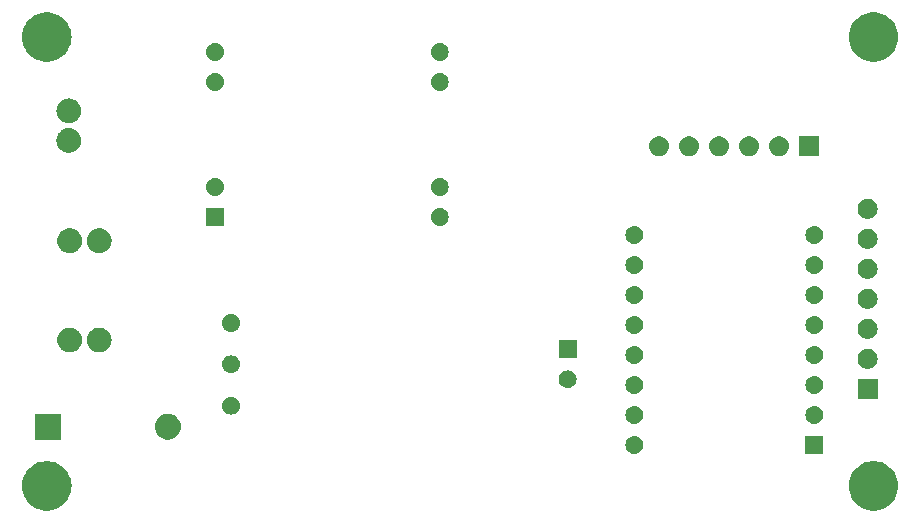
<source format=gts>
G04 #@! TF.GenerationSoftware,KiCad,Pcbnew,8.0.8*
G04 #@! TF.CreationDate,2025-01-15T16:32:19-08:00*
G04 #@! TF.ProjectId,bentroller,62656e74-726f-46c6-9c65-722e6b696361,rev?*
G04 #@! TF.SameCoordinates,Original*
G04 #@! TF.FileFunction,Soldermask,Top*
G04 #@! TF.FilePolarity,Negative*
%FSLAX46Y46*%
G04 Gerber Fmt 4.6, Leading zero omitted, Abs format (unit mm)*
G04 Created by KiCad (PCBNEW 8.0.8) date 2025-01-15 16:32:19*
%MOMM*%
%LPD*%
G01*
G04 APERTURE LIST*
G04 APERTURE END LIST*
G36*
X68427258Y-77693923D02*
G01*
X68703247Y-77771252D01*
X68966137Y-77885441D01*
X69211029Y-78034363D01*
X69433362Y-78215244D01*
X69628994Y-78424715D01*
X69794281Y-78658874D01*
X69926144Y-78913358D01*
X70022126Y-79183427D01*
X70080440Y-79464050D01*
X70100000Y-79750000D01*
X70080440Y-80035950D01*
X70022126Y-80316573D01*
X69926144Y-80586642D01*
X69794281Y-80841126D01*
X69628994Y-81075285D01*
X69433362Y-81284756D01*
X69211029Y-81465637D01*
X68966137Y-81614559D01*
X68703247Y-81728748D01*
X68427258Y-81806077D01*
X68143309Y-81845104D01*
X67856691Y-81845104D01*
X67572742Y-81806077D01*
X67296753Y-81728748D01*
X67033863Y-81614559D01*
X66788971Y-81465637D01*
X66566638Y-81284756D01*
X66371006Y-81075285D01*
X66205719Y-80841126D01*
X66073856Y-80586642D01*
X65977874Y-80316573D01*
X65919560Y-80035950D01*
X65900000Y-79750000D01*
X65919560Y-79464050D01*
X65977874Y-79183427D01*
X66073856Y-78913358D01*
X66205719Y-78658874D01*
X66371006Y-78424715D01*
X66566638Y-78215244D01*
X66788971Y-78034363D01*
X67033863Y-77885441D01*
X67296753Y-77771252D01*
X67572742Y-77693923D01*
X67856691Y-77654896D01*
X68143309Y-77654896D01*
X68427258Y-77693923D01*
G37*
G36*
X138427258Y-77693923D02*
G01*
X138703247Y-77771252D01*
X138966137Y-77885441D01*
X139211029Y-78034363D01*
X139433362Y-78215244D01*
X139628994Y-78424715D01*
X139794281Y-78658874D01*
X139926144Y-78913358D01*
X140022126Y-79183427D01*
X140080440Y-79464050D01*
X140100000Y-79750000D01*
X140080440Y-80035950D01*
X140022126Y-80316573D01*
X139926144Y-80586642D01*
X139794281Y-80841126D01*
X139628994Y-81075285D01*
X139433362Y-81284756D01*
X139211029Y-81465637D01*
X138966137Y-81614559D01*
X138703247Y-81728748D01*
X138427258Y-81806077D01*
X138143309Y-81845104D01*
X137856691Y-81845104D01*
X137572742Y-81806077D01*
X137296753Y-81728748D01*
X137033863Y-81614559D01*
X136788971Y-81465637D01*
X136566638Y-81284756D01*
X136371006Y-81075285D01*
X136205719Y-80841126D01*
X136073856Y-80586642D01*
X135977874Y-80316573D01*
X135919560Y-80035950D01*
X135900000Y-79750000D01*
X135919560Y-79464050D01*
X135977874Y-79183427D01*
X136073856Y-78913358D01*
X136205719Y-78658874D01*
X136371006Y-78424715D01*
X136566638Y-78215244D01*
X136788971Y-78034363D01*
X137033863Y-77885441D01*
X137296753Y-77771252D01*
X137572742Y-77693923D01*
X137856691Y-77654896D01*
X138143309Y-77654896D01*
X138427258Y-77693923D01*
G37*
G36*
X117929561Y-75537105D02*
G01*
X118090619Y-75593462D01*
X118235099Y-75684244D01*
X118355756Y-75804901D01*
X118446538Y-75949381D01*
X118502895Y-76110439D01*
X118522000Y-76280000D01*
X118502895Y-76449561D01*
X118446538Y-76610619D01*
X118355756Y-76755099D01*
X118235099Y-76875756D01*
X118090619Y-76966538D01*
X117929561Y-77022895D01*
X117760000Y-77042000D01*
X117590439Y-77022895D01*
X117429381Y-76966538D01*
X117284901Y-76875756D01*
X117164244Y-76755099D01*
X117073462Y-76610619D01*
X117017105Y-76449561D01*
X116998000Y-76280000D01*
X117017105Y-76110439D01*
X117073462Y-75949381D01*
X117164244Y-75804901D01*
X117284901Y-75684244D01*
X117429381Y-75593462D01*
X117590439Y-75537105D01*
X117760000Y-75518000D01*
X117929561Y-75537105D01*
G37*
G36*
X133762000Y-77042000D02*
G01*
X132238000Y-77042000D01*
X132238000Y-75518000D01*
X133762000Y-75518000D01*
X133762000Y-77042000D01*
G37*
G36*
X69190000Y-75850000D02*
G01*
X66990000Y-75850000D01*
X66990000Y-73650000D01*
X69190000Y-73650000D01*
X69190000Y-75850000D01*
G37*
G36*
X78551029Y-73691992D02*
G01*
X78740312Y-73765320D01*
X78912898Y-73872181D01*
X79062910Y-74008935D01*
X79185239Y-74170925D01*
X79275719Y-74352634D01*
X79331270Y-74547876D01*
X79350000Y-74750000D01*
X79331270Y-74952124D01*
X79275719Y-75147366D01*
X79185239Y-75329075D01*
X79062910Y-75491065D01*
X78912898Y-75627819D01*
X78740312Y-75734680D01*
X78551029Y-75808008D01*
X78351495Y-75845308D01*
X78148505Y-75845308D01*
X77948971Y-75808008D01*
X77759688Y-75734680D01*
X77587102Y-75627819D01*
X77437090Y-75491065D01*
X77314761Y-75329075D01*
X77224281Y-75147366D01*
X77168730Y-74952124D01*
X77150000Y-74750000D01*
X77168730Y-74547876D01*
X77224281Y-74352634D01*
X77314761Y-74170925D01*
X77437090Y-74008935D01*
X77587102Y-73872181D01*
X77759688Y-73765320D01*
X77948971Y-73691992D01*
X78148505Y-73654692D01*
X78351495Y-73654692D01*
X78551029Y-73691992D01*
G37*
G36*
X117929561Y-72997105D02*
G01*
X118090619Y-73053462D01*
X118235099Y-73144244D01*
X118355756Y-73264901D01*
X118446538Y-73409381D01*
X118502895Y-73570439D01*
X118522000Y-73740000D01*
X118502895Y-73909561D01*
X118446538Y-74070619D01*
X118355756Y-74215099D01*
X118235099Y-74335756D01*
X118090619Y-74426538D01*
X117929561Y-74482895D01*
X117760000Y-74502000D01*
X117590439Y-74482895D01*
X117429381Y-74426538D01*
X117284901Y-74335756D01*
X117164244Y-74215099D01*
X117073462Y-74070619D01*
X117017105Y-73909561D01*
X116998000Y-73740000D01*
X117017105Y-73570439D01*
X117073462Y-73409381D01*
X117164244Y-73264901D01*
X117284901Y-73144244D01*
X117429381Y-73053462D01*
X117590439Y-72997105D01*
X117760000Y-72978000D01*
X117929561Y-72997105D01*
G37*
G36*
X133169561Y-72997105D02*
G01*
X133330619Y-73053462D01*
X133475099Y-73144244D01*
X133595756Y-73264901D01*
X133686538Y-73409381D01*
X133742895Y-73570439D01*
X133762000Y-73740000D01*
X133742895Y-73909561D01*
X133686538Y-74070619D01*
X133595756Y-74215099D01*
X133475099Y-74335756D01*
X133330619Y-74426538D01*
X133169561Y-74482895D01*
X133000000Y-74502000D01*
X132830439Y-74482895D01*
X132669381Y-74426538D01*
X132524901Y-74335756D01*
X132404244Y-74215099D01*
X132313462Y-74070619D01*
X132257105Y-73909561D01*
X132238000Y-73740000D01*
X132257105Y-73570439D01*
X132313462Y-73409381D01*
X132404244Y-73264901D01*
X132524901Y-73144244D01*
X132669381Y-73053462D01*
X132830439Y-72997105D01*
X133000000Y-72978000D01*
X133169561Y-72997105D01*
G37*
G36*
X83769561Y-72227105D02*
G01*
X83930619Y-72283462D01*
X84075099Y-72374244D01*
X84195756Y-72494901D01*
X84286538Y-72639381D01*
X84342895Y-72800439D01*
X84362000Y-72970000D01*
X84342895Y-73139561D01*
X84286538Y-73300619D01*
X84195756Y-73445099D01*
X84075099Y-73565756D01*
X83930619Y-73656538D01*
X83769561Y-73712895D01*
X83600000Y-73732000D01*
X83430439Y-73712895D01*
X83269381Y-73656538D01*
X83124901Y-73565756D01*
X83004244Y-73445099D01*
X82913462Y-73300619D01*
X82857105Y-73139561D01*
X82838000Y-72970000D01*
X82857105Y-72800439D01*
X82913462Y-72639381D01*
X83004244Y-72494901D01*
X83124901Y-72374244D01*
X83269381Y-72283462D01*
X83430439Y-72227105D01*
X83600000Y-72208000D01*
X83769561Y-72227105D01*
G37*
G36*
X138350000Y-72390000D02*
G01*
X136650000Y-72390000D01*
X136650000Y-70690000D01*
X138350000Y-70690000D01*
X138350000Y-72390000D01*
G37*
G36*
X117929561Y-70457105D02*
G01*
X118090619Y-70513462D01*
X118235099Y-70604244D01*
X118355756Y-70724901D01*
X118446538Y-70869381D01*
X118502895Y-71030439D01*
X118522000Y-71200000D01*
X118502895Y-71369561D01*
X118446538Y-71530619D01*
X118355756Y-71675099D01*
X118235099Y-71795756D01*
X118090619Y-71886538D01*
X117929561Y-71942895D01*
X117760000Y-71962000D01*
X117590439Y-71942895D01*
X117429381Y-71886538D01*
X117284901Y-71795756D01*
X117164244Y-71675099D01*
X117073462Y-71530619D01*
X117017105Y-71369561D01*
X116998000Y-71200000D01*
X117017105Y-71030439D01*
X117073462Y-70869381D01*
X117164244Y-70724901D01*
X117284901Y-70604244D01*
X117429381Y-70513462D01*
X117590439Y-70457105D01*
X117760000Y-70438000D01*
X117929561Y-70457105D01*
G37*
G36*
X133169561Y-70457105D02*
G01*
X133330619Y-70513462D01*
X133475099Y-70604244D01*
X133595756Y-70724901D01*
X133686538Y-70869381D01*
X133742895Y-71030439D01*
X133762000Y-71200000D01*
X133742895Y-71369561D01*
X133686538Y-71530619D01*
X133595756Y-71675099D01*
X133475099Y-71795756D01*
X133330619Y-71886538D01*
X133169561Y-71942895D01*
X133000000Y-71962000D01*
X132830439Y-71942895D01*
X132669381Y-71886538D01*
X132524901Y-71795756D01*
X132404244Y-71675099D01*
X132313462Y-71530619D01*
X132257105Y-71369561D01*
X132238000Y-71200000D01*
X132257105Y-71030439D01*
X132313462Y-70869381D01*
X132404244Y-70724901D01*
X132524901Y-70604244D01*
X132669381Y-70513462D01*
X132830439Y-70457105D01*
X133000000Y-70438000D01*
X133169561Y-70457105D01*
G37*
G36*
X112269561Y-69997105D02*
G01*
X112430619Y-70053462D01*
X112575099Y-70144244D01*
X112695756Y-70264901D01*
X112786538Y-70409381D01*
X112842895Y-70570439D01*
X112862000Y-70740000D01*
X112842895Y-70909561D01*
X112786538Y-71070619D01*
X112695756Y-71215099D01*
X112575099Y-71335756D01*
X112430619Y-71426538D01*
X112269561Y-71482895D01*
X112100000Y-71502000D01*
X111930439Y-71482895D01*
X111769381Y-71426538D01*
X111624901Y-71335756D01*
X111504244Y-71215099D01*
X111413462Y-71070619D01*
X111357105Y-70909561D01*
X111338000Y-70740000D01*
X111357105Y-70570439D01*
X111413462Y-70409381D01*
X111504244Y-70264901D01*
X111624901Y-70144244D01*
X111769381Y-70053462D01*
X111930439Y-69997105D01*
X112100000Y-69978000D01*
X112269561Y-69997105D01*
G37*
G36*
X83769561Y-68727105D02*
G01*
X83930619Y-68783462D01*
X84075099Y-68874244D01*
X84195756Y-68994901D01*
X84286538Y-69139381D01*
X84342895Y-69300439D01*
X84362000Y-69470000D01*
X84342895Y-69639561D01*
X84286538Y-69800619D01*
X84195756Y-69945099D01*
X84075099Y-70065756D01*
X83930619Y-70156538D01*
X83769561Y-70212895D01*
X83600000Y-70232000D01*
X83430439Y-70212895D01*
X83269381Y-70156538D01*
X83124901Y-70065756D01*
X83004244Y-69945099D01*
X82913462Y-69800619D01*
X82857105Y-69639561D01*
X82838000Y-69470000D01*
X82857105Y-69300439D01*
X82913462Y-69139381D01*
X83004244Y-68994901D01*
X83124901Y-68874244D01*
X83269381Y-68783462D01*
X83430439Y-68727105D01*
X83600000Y-68708000D01*
X83769561Y-68727105D01*
G37*
G36*
X137762664Y-68191602D02*
G01*
X137925000Y-68263878D01*
X138068761Y-68368327D01*
X138187664Y-68500383D01*
X138276514Y-68654274D01*
X138331425Y-68823275D01*
X138350000Y-69000000D01*
X138331425Y-69176725D01*
X138276514Y-69345726D01*
X138187664Y-69499617D01*
X138068761Y-69631673D01*
X137925000Y-69736122D01*
X137762664Y-69808398D01*
X137588849Y-69845344D01*
X137411151Y-69845344D01*
X137237336Y-69808398D01*
X137075000Y-69736122D01*
X136931239Y-69631673D01*
X136812336Y-69499617D01*
X136723486Y-69345726D01*
X136668575Y-69176725D01*
X136650000Y-69000000D01*
X136668575Y-68823275D01*
X136723486Y-68654274D01*
X136812336Y-68500383D01*
X136931239Y-68368327D01*
X137075000Y-68263878D01*
X137237336Y-68191602D01*
X137411151Y-68154656D01*
X137588849Y-68154656D01*
X137762664Y-68191602D01*
G37*
G36*
X117929561Y-67917105D02*
G01*
X118090619Y-67973462D01*
X118235099Y-68064244D01*
X118355756Y-68184901D01*
X118446538Y-68329381D01*
X118502895Y-68490439D01*
X118522000Y-68660000D01*
X118502895Y-68829561D01*
X118446538Y-68990619D01*
X118355756Y-69135099D01*
X118235099Y-69255756D01*
X118090619Y-69346538D01*
X117929561Y-69402895D01*
X117760000Y-69422000D01*
X117590439Y-69402895D01*
X117429381Y-69346538D01*
X117284901Y-69255756D01*
X117164244Y-69135099D01*
X117073462Y-68990619D01*
X117017105Y-68829561D01*
X116998000Y-68660000D01*
X117017105Y-68490439D01*
X117073462Y-68329381D01*
X117164244Y-68184901D01*
X117284901Y-68064244D01*
X117429381Y-67973462D01*
X117590439Y-67917105D01*
X117760000Y-67898000D01*
X117929561Y-67917105D01*
G37*
G36*
X133169561Y-67917105D02*
G01*
X133330619Y-67973462D01*
X133475099Y-68064244D01*
X133595756Y-68184901D01*
X133686538Y-68329381D01*
X133742895Y-68490439D01*
X133762000Y-68660000D01*
X133742895Y-68829561D01*
X133686538Y-68990619D01*
X133595756Y-69135099D01*
X133475099Y-69255756D01*
X133330619Y-69346538D01*
X133169561Y-69402895D01*
X133000000Y-69422000D01*
X132830439Y-69402895D01*
X132669381Y-69346538D01*
X132524901Y-69255756D01*
X132404244Y-69135099D01*
X132313462Y-68990619D01*
X132257105Y-68829561D01*
X132238000Y-68660000D01*
X132257105Y-68490439D01*
X132313462Y-68329381D01*
X132404244Y-68184901D01*
X132524901Y-68064244D01*
X132669381Y-67973462D01*
X132830439Y-67917105D01*
X133000000Y-67898000D01*
X133169561Y-67917105D01*
G37*
G36*
X112862000Y-68962000D02*
G01*
X111338000Y-68962000D01*
X111338000Y-67438000D01*
X112862000Y-67438000D01*
X112862000Y-68962000D01*
G37*
G36*
X69988076Y-66349735D02*
G01*
X70036860Y-66349735D01*
X70091187Y-66359890D01*
X70144845Y-66365175D01*
X70185606Y-66377539D01*
X70227276Y-66385329D01*
X70284985Y-66407685D01*
X70341818Y-66424926D01*
X70374294Y-66442284D01*
X70407910Y-66455308D01*
X70466323Y-66491476D01*
X70523349Y-66521957D01*
X70547306Y-66541618D01*
X70572609Y-66557285D01*
X70628674Y-66608395D01*
X70682462Y-66652538D01*
X70698401Y-66671960D01*
X70715769Y-66687793D01*
X70766187Y-66754557D01*
X70813043Y-66811651D01*
X70822103Y-66828602D01*
X70832509Y-66842381D01*
X70873895Y-66925498D01*
X70910074Y-66993182D01*
X70913933Y-67005905D01*
X70918854Y-67015787D01*
X70947927Y-67117969D01*
X70969825Y-67190155D01*
X70970544Y-67197456D01*
X70971869Y-67202113D01*
X70985653Y-67350868D01*
X70990000Y-67395000D01*
X70985653Y-67439135D01*
X70971869Y-67587886D01*
X70970544Y-67592541D01*
X70969825Y-67599845D01*
X70947923Y-67672045D01*
X70918854Y-67774212D01*
X70913934Y-67784092D01*
X70910074Y-67796818D01*
X70873888Y-67864515D01*
X70832509Y-67947618D01*
X70822105Y-67961394D01*
X70813043Y-67978349D01*
X70766177Y-68035454D01*
X70715769Y-68102206D01*
X70698405Y-68118035D01*
X70682462Y-68137462D01*
X70628663Y-68181613D01*
X70572609Y-68232714D01*
X70547311Y-68248377D01*
X70523349Y-68268043D01*
X70466312Y-68298530D01*
X70407910Y-68334691D01*
X70374300Y-68347711D01*
X70341818Y-68365074D01*
X70284973Y-68382317D01*
X70227276Y-68404670D01*
X70185613Y-68412458D01*
X70144845Y-68424825D01*
X70091184Y-68430109D01*
X70036860Y-68440265D01*
X69988076Y-68440265D01*
X69940000Y-68445000D01*
X69891924Y-68440265D01*
X69843140Y-68440265D01*
X69788814Y-68430109D01*
X69735155Y-68424825D01*
X69694388Y-68412458D01*
X69652723Y-68404670D01*
X69595022Y-68382316D01*
X69538182Y-68365074D01*
X69505701Y-68347712D01*
X69472089Y-68334691D01*
X69413680Y-68298526D01*
X69356651Y-68268043D01*
X69332691Y-68248380D01*
X69307390Y-68232714D01*
X69251326Y-68181605D01*
X69197538Y-68137462D01*
X69181597Y-68118038D01*
X69164230Y-68102206D01*
X69113809Y-68035438D01*
X69066957Y-67978349D01*
X69057896Y-67961398D01*
X69047490Y-67947618D01*
X69006096Y-67864488D01*
X68969926Y-67796818D01*
X68966067Y-67784097D01*
X68961145Y-67774212D01*
X68932060Y-67671992D01*
X68910175Y-67599845D01*
X68909456Y-67592547D01*
X68908130Y-67587886D01*
X68894329Y-67438963D01*
X68890000Y-67395000D01*
X68894329Y-67351039D01*
X68908130Y-67202113D01*
X68909456Y-67197451D01*
X68910175Y-67190155D01*
X68932056Y-67118022D01*
X68961145Y-67015787D01*
X68966067Y-67005900D01*
X68969926Y-66993182D01*
X69006089Y-66925525D01*
X69047490Y-66842381D01*
X69057898Y-66828597D01*
X69066957Y-66811651D01*
X69113800Y-66754572D01*
X69164230Y-66687793D01*
X69181601Y-66671957D01*
X69197538Y-66652538D01*
X69251315Y-66608403D01*
X69307390Y-66557285D01*
X69332696Y-66541615D01*
X69356651Y-66521957D01*
X69413668Y-66491480D01*
X69472089Y-66455308D01*
X69505708Y-66442283D01*
X69538182Y-66424926D01*
X69595010Y-66407687D01*
X69652723Y-66385329D01*
X69694394Y-66377539D01*
X69735155Y-66365175D01*
X69788811Y-66359890D01*
X69843140Y-66349735D01*
X69891924Y-66349735D01*
X69940000Y-66345000D01*
X69988076Y-66349735D01*
G37*
G36*
X72488076Y-66349735D02*
G01*
X72536860Y-66349735D01*
X72591187Y-66359890D01*
X72644845Y-66365175D01*
X72685606Y-66377539D01*
X72727276Y-66385329D01*
X72784985Y-66407685D01*
X72841818Y-66424926D01*
X72874294Y-66442284D01*
X72907910Y-66455308D01*
X72966323Y-66491476D01*
X73023349Y-66521957D01*
X73047306Y-66541618D01*
X73072609Y-66557285D01*
X73128674Y-66608395D01*
X73182462Y-66652538D01*
X73198401Y-66671960D01*
X73215769Y-66687793D01*
X73266187Y-66754557D01*
X73313043Y-66811651D01*
X73322103Y-66828602D01*
X73332509Y-66842381D01*
X73373895Y-66925498D01*
X73410074Y-66993182D01*
X73413933Y-67005905D01*
X73418854Y-67015787D01*
X73447927Y-67117969D01*
X73469825Y-67190155D01*
X73470544Y-67197456D01*
X73471869Y-67202113D01*
X73485653Y-67350868D01*
X73490000Y-67395000D01*
X73485653Y-67439135D01*
X73471869Y-67587886D01*
X73470544Y-67592541D01*
X73469825Y-67599845D01*
X73447923Y-67672045D01*
X73418854Y-67774212D01*
X73413934Y-67784092D01*
X73410074Y-67796818D01*
X73373888Y-67864515D01*
X73332509Y-67947618D01*
X73322105Y-67961394D01*
X73313043Y-67978349D01*
X73266177Y-68035454D01*
X73215769Y-68102206D01*
X73198405Y-68118035D01*
X73182462Y-68137462D01*
X73128663Y-68181613D01*
X73072609Y-68232714D01*
X73047311Y-68248377D01*
X73023349Y-68268043D01*
X72966312Y-68298530D01*
X72907910Y-68334691D01*
X72874300Y-68347711D01*
X72841818Y-68365074D01*
X72784973Y-68382317D01*
X72727276Y-68404670D01*
X72685613Y-68412458D01*
X72644845Y-68424825D01*
X72591184Y-68430109D01*
X72536860Y-68440265D01*
X72488076Y-68440265D01*
X72440000Y-68445000D01*
X72391924Y-68440265D01*
X72343140Y-68440265D01*
X72288814Y-68430109D01*
X72235155Y-68424825D01*
X72194388Y-68412458D01*
X72152723Y-68404670D01*
X72095022Y-68382316D01*
X72038182Y-68365074D01*
X72005701Y-68347712D01*
X71972089Y-68334691D01*
X71913680Y-68298526D01*
X71856651Y-68268043D01*
X71832691Y-68248380D01*
X71807390Y-68232714D01*
X71751326Y-68181605D01*
X71697538Y-68137462D01*
X71681597Y-68118038D01*
X71664230Y-68102206D01*
X71613809Y-68035438D01*
X71566957Y-67978349D01*
X71557896Y-67961398D01*
X71547490Y-67947618D01*
X71506096Y-67864488D01*
X71469926Y-67796818D01*
X71466067Y-67784097D01*
X71461145Y-67774212D01*
X71432060Y-67671992D01*
X71410175Y-67599845D01*
X71409456Y-67592547D01*
X71408130Y-67587886D01*
X71394329Y-67438963D01*
X71390000Y-67395000D01*
X71394329Y-67351039D01*
X71408130Y-67202113D01*
X71409456Y-67197451D01*
X71410175Y-67190155D01*
X71432056Y-67118022D01*
X71461145Y-67015787D01*
X71466067Y-67005900D01*
X71469926Y-66993182D01*
X71506089Y-66925525D01*
X71547490Y-66842381D01*
X71557898Y-66828597D01*
X71566957Y-66811651D01*
X71613800Y-66754572D01*
X71664230Y-66687793D01*
X71681601Y-66671957D01*
X71697538Y-66652538D01*
X71751315Y-66608403D01*
X71807390Y-66557285D01*
X71832696Y-66541615D01*
X71856651Y-66521957D01*
X71913668Y-66491480D01*
X71972089Y-66455308D01*
X72005708Y-66442283D01*
X72038182Y-66424926D01*
X72095010Y-66407687D01*
X72152723Y-66385329D01*
X72194394Y-66377539D01*
X72235155Y-66365175D01*
X72288811Y-66359890D01*
X72343140Y-66349735D01*
X72391924Y-66349735D01*
X72440000Y-66345000D01*
X72488076Y-66349735D01*
G37*
G36*
X137762664Y-65651602D02*
G01*
X137925000Y-65723878D01*
X138068761Y-65828327D01*
X138187664Y-65960383D01*
X138276514Y-66114274D01*
X138331425Y-66283275D01*
X138350000Y-66460000D01*
X138331425Y-66636725D01*
X138276514Y-66805726D01*
X138187664Y-66959617D01*
X138068761Y-67091673D01*
X137925000Y-67196122D01*
X137762664Y-67268398D01*
X137588849Y-67305344D01*
X137411151Y-67305344D01*
X137237336Y-67268398D01*
X137075000Y-67196122D01*
X136931239Y-67091673D01*
X136812336Y-66959617D01*
X136723486Y-66805726D01*
X136668575Y-66636725D01*
X136650000Y-66460000D01*
X136668575Y-66283275D01*
X136723486Y-66114274D01*
X136812336Y-65960383D01*
X136931239Y-65828327D01*
X137075000Y-65723878D01*
X137237336Y-65651602D01*
X137411151Y-65614656D01*
X137588849Y-65614656D01*
X137762664Y-65651602D01*
G37*
G36*
X117929561Y-65377105D02*
G01*
X118090619Y-65433462D01*
X118235099Y-65524244D01*
X118355756Y-65644901D01*
X118446538Y-65789381D01*
X118502895Y-65950439D01*
X118522000Y-66120000D01*
X118502895Y-66289561D01*
X118446538Y-66450619D01*
X118355756Y-66595099D01*
X118235099Y-66715756D01*
X118090619Y-66806538D01*
X117929561Y-66862895D01*
X117760000Y-66882000D01*
X117590439Y-66862895D01*
X117429381Y-66806538D01*
X117284901Y-66715756D01*
X117164244Y-66595099D01*
X117073462Y-66450619D01*
X117017105Y-66289561D01*
X116998000Y-66120000D01*
X117017105Y-65950439D01*
X117073462Y-65789381D01*
X117164244Y-65644901D01*
X117284901Y-65524244D01*
X117429381Y-65433462D01*
X117590439Y-65377105D01*
X117760000Y-65358000D01*
X117929561Y-65377105D01*
G37*
G36*
X133169561Y-65377105D02*
G01*
X133330619Y-65433462D01*
X133475099Y-65524244D01*
X133595756Y-65644901D01*
X133686538Y-65789381D01*
X133742895Y-65950439D01*
X133762000Y-66120000D01*
X133742895Y-66289561D01*
X133686538Y-66450619D01*
X133595756Y-66595099D01*
X133475099Y-66715756D01*
X133330619Y-66806538D01*
X133169561Y-66862895D01*
X133000000Y-66882000D01*
X132830439Y-66862895D01*
X132669381Y-66806538D01*
X132524901Y-66715756D01*
X132404244Y-66595099D01*
X132313462Y-66450619D01*
X132257105Y-66289561D01*
X132238000Y-66120000D01*
X132257105Y-65950439D01*
X132313462Y-65789381D01*
X132404244Y-65644901D01*
X132524901Y-65524244D01*
X132669381Y-65433462D01*
X132830439Y-65377105D01*
X133000000Y-65358000D01*
X133169561Y-65377105D01*
G37*
G36*
X83769561Y-65227105D02*
G01*
X83930619Y-65283462D01*
X84075099Y-65374244D01*
X84195756Y-65494901D01*
X84286538Y-65639381D01*
X84342895Y-65800439D01*
X84362000Y-65970000D01*
X84342895Y-66139561D01*
X84286538Y-66300619D01*
X84195756Y-66445099D01*
X84075099Y-66565756D01*
X83930619Y-66656538D01*
X83769561Y-66712895D01*
X83600000Y-66732000D01*
X83430439Y-66712895D01*
X83269381Y-66656538D01*
X83124901Y-66565756D01*
X83004244Y-66445099D01*
X82913462Y-66300619D01*
X82857105Y-66139561D01*
X82838000Y-65970000D01*
X82857105Y-65800439D01*
X82913462Y-65639381D01*
X83004244Y-65494901D01*
X83124901Y-65374244D01*
X83269381Y-65283462D01*
X83430439Y-65227105D01*
X83600000Y-65208000D01*
X83769561Y-65227105D01*
G37*
G36*
X137762664Y-63111602D02*
G01*
X137925000Y-63183878D01*
X138068761Y-63288327D01*
X138187664Y-63420383D01*
X138276514Y-63574274D01*
X138331425Y-63743275D01*
X138350000Y-63920000D01*
X138331425Y-64096725D01*
X138276514Y-64265726D01*
X138187664Y-64419617D01*
X138068761Y-64551673D01*
X137925000Y-64656122D01*
X137762664Y-64728398D01*
X137588849Y-64765344D01*
X137411151Y-64765344D01*
X137237336Y-64728398D01*
X137075000Y-64656122D01*
X136931239Y-64551673D01*
X136812336Y-64419617D01*
X136723486Y-64265726D01*
X136668575Y-64096725D01*
X136650000Y-63920000D01*
X136668575Y-63743275D01*
X136723486Y-63574274D01*
X136812336Y-63420383D01*
X136931239Y-63288327D01*
X137075000Y-63183878D01*
X137237336Y-63111602D01*
X137411151Y-63074656D01*
X137588849Y-63074656D01*
X137762664Y-63111602D01*
G37*
G36*
X117929561Y-62837105D02*
G01*
X118090619Y-62893462D01*
X118235099Y-62984244D01*
X118355756Y-63104901D01*
X118446538Y-63249381D01*
X118502895Y-63410439D01*
X118522000Y-63580000D01*
X118502895Y-63749561D01*
X118446538Y-63910619D01*
X118355756Y-64055099D01*
X118235099Y-64175756D01*
X118090619Y-64266538D01*
X117929561Y-64322895D01*
X117760000Y-64342000D01*
X117590439Y-64322895D01*
X117429381Y-64266538D01*
X117284901Y-64175756D01*
X117164244Y-64055099D01*
X117073462Y-63910619D01*
X117017105Y-63749561D01*
X116998000Y-63580000D01*
X117017105Y-63410439D01*
X117073462Y-63249381D01*
X117164244Y-63104901D01*
X117284901Y-62984244D01*
X117429381Y-62893462D01*
X117590439Y-62837105D01*
X117760000Y-62818000D01*
X117929561Y-62837105D01*
G37*
G36*
X133169561Y-62837105D02*
G01*
X133330619Y-62893462D01*
X133475099Y-62984244D01*
X133595756Y-63104901D01*
X133686538Y-63249381D01*
X133742895Y-63410439D01*
X133762000Y-63580000D01*
X133742895Y-63749561D01*
X133686538Y-63910619D01*
X133595756Y-64055099D01*
X133475099Y-64175756D01*
X133330619Y-64266538D01*
X133169561Y-64322895D01*
X133000000Y-64342000D01*
X132830439Y-64322895D01*
X132669381Y-64266538D01*
X132524901Y-64175756D01*
X132404244Y-64055099D01*
X132313462Y-63910619D01*
X132257105Y-63749561D01*
X132238000Y-63580000D01*
X132257105Y-63410439D01*
X132313462Y-63249381D01*
X132404244Y-63104901D01*
X132524901Y-62984244D01*
X132669381Y-62893462D01*
X132830439Y-62837105D01*
X133000000Y-62818000D01*
X133169561Y-62837105D01*
G37*
G36*
X137762664Y-60571602D02*
G01*
X137925000Y-60643878D01*
X138068761Y-60748327D01*
X138187664Y-60880383D01*
X138276514Y-61034274D01*
X138331425Y-61203275D01*
X138350000Y-61380000D01*
X138331425Y-61556725D01*
X138276514Y-61725726D01*
X138187664Y-61879617D01*
X138068761Y-62011673D01*
X137925000Y-62116122D01*
X137762664Y-62188398D01*
X137588849Y-62225344D01*
X137411151Y-62225344D01*
X137237336Y-62188398D01*
X137075000Y-62116122D01*
X136931239Y-62011673D01*
X136812336Y-61879617D01*
X136723486Y-61725726D01*
X136668575Y-61556725D01*
X136650000Y-61380000D01*
X136668575Y-61203275D01*
X136723486Y-61034274D01*
X136812336Y-60880383D01*
X136931239Y-60748327D01*
X137075000Y-60643878D01*
X137237336Y-60571602D01*
X137411151Y-60534656D01*
X137588849Y-60534656D01*
X137762664Y-60571602D01*
G37*
G36*
X117929561Y-60297105D02*
G01*
X118090619Y-60353462D01*
X118235099Y-60444244D01*
X118355756Y-60564901D01*
X118446538Y-60709381D01*
X118502895Y-60870439D01*
X118522000Y-61040000D01*
X118502895Y-61209561D01*
X118446538Y-61370619D01*
X118355756Y-61515099D01*
X118235099Y-61635756D01*
X118090619Y-61726538D01*
X117929561Y-61782895D01*
X117760000Y-61802000D01*
X117590439Y-61782895D01*
X117429381Y-61726538D01*
X117284901Y-61635756D01*
X117164244Y-61515099D01*
X117073462Y-61370619D01*
X117017105Y-61209561D01*
X116998000Y-61040000D01*
X117017105Y-60870439D01*
X117073462Y-60709381D01*
X117164244Y-60564901D01*
X117284901Y-60444244D01*
X117429381Y-60353462D01*
X117590439Y-60297105D01*
X117760000Y-60278000D01*
X117929561Y-60297105D01*
G37*
G36*
X133169561Y-60297105D02*
G01*
X133330619Y-60353462D01*
X133475099Y-60444244D01*
X133595756Y-60564901D01*
X133686538Y-60709381D01*
X133742895Y-60870439D01*
X133762000Y-61040000D01*
X133742895Y-61209561D01*
X133686538Y-61370619D01*
X133595756Y-61515099D01*
X133475099Y-61635756D01*
X133330619Y-61726538D01*
X133169561Y-61782895D01*
X133000000Y-61802000D01*
X132830439Y-61782895D01*
X132669381Y-61726538D01*
X132524901Y-61635756D01*
X132404244Y-61515099D01*
X132313462Y-61370619D01*
X132257105Y-61209561D01*
X132238000Y-61040000D01*
X132257105Y-60870439D01*
X132313462Y-60709381D01*
X132404244Y-60564901D01*
X132524901Y-60444244D01*
X132669381Y-60353462D01*
X132830439Y-60297105D01*
X133000000Y-60278000D01*
X133169561Y-60297105D01*
G37*
G36*
X69988076Y-57949735D02*
G01*
X70036860Y-57949735D01*
X70091187Y-57959890D01*
X70144845Y-57965175D01*
X70185606Y-57977539D01*
X70227276Y-57985329D01*
X70284985Y-58007685D01*
X70341818Y-58024926D01*
X70374294Y-58042284D01*
X70407910Y-58055308D01*
X70466323Y-58091476D01*
X70523349Y-58121957D01*
X70547306Y-58141618D01*
X70572609Y-58157285D01*
X70628674Y-58208395D01*
X70682462Y-58252538D01*
X70698401Y-58271960D01*
X70715769Y-58287793D01*
X70766187Y-58354557D01*
X70813043Y-58411651D01*
X70822103Y-58428602D01*
X70832509Y-58442381D01*
X70873895Y-58525498D01*
X70910074Y-58593182D01*
X70913933Y-58605905D01*
X70918854Y-58615787D01*
X70947927Y-58717969D01*
X70969825Y-58790155D01*
X70970544Y-58797456D01*
X70971869Y-58802113D01*
X70985653Y-58950868D01*
X70990000Y-58995000D01*
X70985653Y-59039135D01*
X70971869Y-59187886D01*
X70970544Y-59192541D01*
X70969825Y-59199845D01*
X70947923Y-59272045D01*
X70918854Y-59374212D01*
X70913934Y-59384092D01*
X70910074Y-59396818D01*
X70873888Y-59464515D01*
X70832509Y-59547618D01*
X70822105Y-59561394D01*
X70813043Y-59578349D01*
X70766177Y-59635454D01*
X70715769Y-59702206D01*
X70698405Y-59718035D01*
X70682462Y-59737462D01*
X70628663Y-59781613D01*
X70572609Y-59832714D01*
X70547311Y-59848377D01*
X70523349Y-59868043D01*
X70466312Y-59898530D01*
X70407910Y-59934691D01*
X70374300Y-59947711D01*
X70341818Y-59965074D01*
X70284973Y-59982317D01*
X70227276Y-60004670D01*
X70185613Y-60012458D01*
X70144845Y-60024825D01*
X70091184Y-60030109D01*
X70036860Y-60040265D01*
X69988076Y-60040265D01*
X69940000Y-60045000D01*
X69891924Y-60040265D01*
X69843140Y-60040265D01*
X69788814Y-60030109D01*
X69735155Y-60024825D01*
X69694388Y-60012458D01*
X69652723Y-60004670D01*
X69595022Y-59982316D01*
X69538182Y-59965074D01*
X69505701Y-59947712D01*
X69472089Y-59934691D01*
X69413680Y-59898526D01*
X69356651Y-59868043D01*
X69332691Y-59848380D01*
X69307390Y-59832714D01*
X69251326Y-59781605D01*
X69197538Y-59737462D01*
X69181597Y-59718038D01*
X69164230Y-59702206D01*
X69113809Y-59635438D01*
X69066957Y-59578349D01*
X69057896Y-59561398D01*
X69047490Y-59547618D01*
X69006096Y-59464488D01*
X68969926Y-59396818D01*
X68966067Y-59384097D01*
X68961145Y-59374212D01*
X68932060Y-59271992D01*
X68910175Y-59199845D01*
X68909456Y-59192547D01*
X68908130Y-59187886D01*
X68894329Y-59038963D01*
X68890000Y-58995000D01*
X68894329Y-58951039D01*
X68908130Y-58802113D01*
X68909456Y-58797451D01*
X68910175Y-58790155D01*
X68932056Y-58718022D01*
X68961145Y-58615787D01*
X68966067Y-58605900D01*
X68969926Y-58593182D01*
X69006089Y-58525525D01*
X69047490Y-58442381D01*
X69057898Y-58428597D01*
X69066957Y-58411651D01*
X69113800Y-58354572D01*
X69164230Y-58287793D01*
X69181601Y-58271957D01*
X69197538Y-58252538D01*
X69251315Y-58208403D01*
X69307390Y-58157285D01*
X69332696Y-58141615D01*
X69356651Y-58121957D01*
X69413668Y-58091480D01*
X69472089Y-58055308D01*
X69505708Y-58042283D01*
X69538182Y-58024926D01*
X69595010Y-58007687D01*
X69652723Y-57985329D01*
X69694394Y-57977539D01*
X69735155Y-57965175D01*
X69788811Y-57959890D01*
X69843140Y-57949735D01*
X69891924Y-57949735D01*
X69940000Y-57945000D01*
X69988076Y-57949735D01*
G37*
G36*
X72488076Y-57949735D02*
G01*
X72536860Y-57949735D01*
X72591187Y-57959890D01*
X72644845Y-57965175D01*
X72685606Y-57977539D01*
X72727276Y-57985329D01*
X72784985Y-58007685D01*
X72841818Y-58024926D01*
X72874294Y-58042284D01*
X72907910Y-58055308D01*
X72966323Y-58091476D01*
X73023349Y-58121957D01*
X73047306Y-58141618D01*
X73072609Y-58157285D01*
X73128674Y-58208395D01*
X73182462Y-58252538D01*
X73198401Y-58271960D01*
X73215769Y-58287793D01*
X73266187Y-58354557D01*
X73313043Y-58411651D01*
X73322103Y-58428602D01*
X73332509Y-58442381D01*
X73373895Y-58525498D01*
X73410074Y-58593182D01*
X73413933Y-58605905D01*
X73418854Y-58615787D01*
X73447927Y-58717969D01*
X73469825Y-58790155D01*
X73470544Y-58797456D01*
X73471869Y-58802113D01*
X73485653Y-58950868D01*
X73490000Y-58995000D01*
X73485653Y-59039135D01*
X73471869Y-59187886D01*
X73470544Y-59192541D01*
X73469825Y-59199845D01*
X73447923Y-59272045D01*
X73418854Y-59374212D01*
X73413934Y-59384092D01*
X73410074Y-59396818D01*
X73373888Y-59464515D01*
X73332509Y-59547618D01*
X73322105Y-59561394D01*
X73313043Y-59578349D01*
X73266177Y-59635454D01*
X73215769Y-59702206D01*
X73198405Y-59718035D01*
X73182462Y-59737462D01*
X73128663Y-59781613D01*
X73072609Y-59832714D01*
X73047311Y-59848377D01*
X73023349Y-59868043D01*
X72966312Y-59898530D01*
X72907910Y-59934691D01*
X72874300Y-59947711D01*
X72841818Y-59965074D01*
X72784973Y-59982317D01*
X72727276Y-60004670D01*
X72685613Y-60012458D01*
X72644845Y-60024825D01*
X72591184Y-60030109D01*
X72536860Y-60040265D01*
X72488076Y-60040265D01*
X72440000Y-60045000D01*
X72391924Y-60040265D01*
X72343140Y-60040265D01*
X72288814Y-60030109D01*
X72235155Y-60024825D01*
X72194388Y-60012458D01*
X72152723Y-60004670D01*
X72095022Y-59982316D01*
X72038182Y-59965074D01*
X72005701Y-59947712D01*
X71972089Y-59934691D01*
X71913680Y-59898526D01*
X71856651Y-59868043D01*
X71832691Y-59848380D01*
X71807390Y-59832714D01*
X71751326Y-59781605D01*
X71697538Y-59737462D01*
X71681597Y-59718038D01*
X71664230Y-59702206D01*
X71613809Y-59635438D01*
X71566957Y-59578349D01*
X71557896Y-59561398D01*
X71547490Y-59547618D01*
X71506096Y-59464488D01*
X71469926Y-59396818D01*
X71466067Y-59384097D01*
X71461145Y-59374212D01*
X71432060Y-59271992D01*
X71410175Y-59199845D01*
X71409456Y-59192547D01*
X71408130Y-59187886D01*
X71394329Y-59038963D01*
X71390000Y-58995000D01*
X71394329Y-58951039D01*
X71408130Y-58802113D01*
X71409456Y-58797451D01*
X71410175Y-58790155D01*
X71432056Y-58718022D01*
X71461145Y-58615787D01*
X71466067Y-58605900D01*
X71469926Y-58593182D01*
X71506089Y-58525525D01*
X71547490Y-58442381D01*
X71557898Y-58428597D01*
X71566957Y-58411651D01*
X71613800Y-58354572D01*
X71664230Y-58287793D01*
X71681601Y-58271957D01*
X71697538Y-58252538D01*
X71751315Y-58208403D01*
X71807390Y-58157285D01*
X71832696Y-58141615D01*
X71856651Y-58121957D01*
X71913668Y-58091480D01*
X71972089Y-58055308D01*
X72005708Y-58042283D01*
X72038182Y-58024926D01*
X72095010Y-58007687D01*
X72152723Y-57985329D01*
X72194394Y-57977539D01*
X72235155Y-57965175D01*
X72288811Y-57959890D01*
X72343140Y-57949735D01*
X72391924Y-57949735D01*
X72440000Y-57945000D01*
X72488076Y-57949735D01*
G37*
G36*
X137762664Y-58031602D02*
G01*
X137925000Y-58103878D01*
X138068761Y-58208327D01*
X138187664Y-58340383D01*
X138276514Y-58494274D01*
X138331425Y-58663275D01*
X138350000Y-58840000D01*
X138331425Y-59016725D01*
X138276514Y-59185726D01*
X138187664Y-59339617D01*
X138068761Y-59471673D01*
X137925000Y-59576122D01*
X137762664Y-59648398D01*
X137588849Y-59685344D01*
X137411151Y-59685344D01*
X137237336Y-59648398D01*
X137075000Y-59576122D01*
X136931239Y-59471673D01*
X136812336Y-59339617D01*
X136723486Y-59185726D01*
X136668575Y-59016725D01*
X136650000Y-58840000D01*
X136668575Y-58663275D01*
X136723486Y-58494274D01*
X136812336Y-58340383D01*
X136931239Y-58208327D01*
X137075000Y-58103878D01*
X137237336Y-58031602D01*
X137411151Y-57994656D01*
X137588849Y-57994656D01*
X137762664Y-58031602D01*
G37*
G36*
X117929561Y-57757105D02*
G01*
X118090619Y-57813462D01*
X118235099Y-57904244D01*
X118355756Y-58024901D01*
X118446538Y-58169381D01*
X118502895Y-58330439D01*
X118522000Y-58500000D01*
X118502895Y-58669561D01*
X118446538Y-58830619D01*
X118355756Y-58975099D01*
X118235099Y-59095756D01*
X118090619Y-59186538D01*
X117929561Y-59242895D01*
X117760000Y-59262000D01*
X117590439Y-59242895D01*
X117429381Y-59186538D01*
X117284901Y-59095756D01*
X117164244Y-58975099D01*
X117073462Y-58830619D01*
X117017105Y-58669561D01*
X116998000Y-58500000D01*
X117017105Y-58330439D01*
X117073462Y-58169381D01*
X117164244Y-58024901D01*
X117284901Y-57904244D01*
X117429381Y-57813462D01*
X117590439Y-57757105D01*
X117760000Y-57738000D01*
X117929561Y-57757105D01*
G37*
G36*
X133169561Y-57757105D02*
G01*
X133330619Y-57813462D01*
X133475099Y-57904244D01*
X133595756Y-58024901D01*
X133686538Y-58169381D01*
X133742895Y-58330439D01*
X133762000Y-58500000D01*
X133742895Y-58669561D01*
X133686538Y-58830619D01*
X133595756Y-58975099D01*
X133475099Y-59095756D01*
X133330619Y-59186538D01*
X133169561Y-59242895D01*
X133000000Y-59262000D01*
X132830439Y-59242895D01*
X132669381Y-59186538D01*
X132524901Y-59095756D01*
X132404244Y-58975099D01*
X132313462Y-58830619D01*
X132257105Y-58669561D01*
X132238000Y-58500000D01*
X132257105Y-58330439D01*
X132313462Y-58169381D01*
X132404244Y-58024901D01*
X132524901Y-57904244D01*
X132669381Y-57813462D01*
X132830439Y-57757105D01*
X133000000Y-57738000D01*
X133169561Y-57757105D01*
G37*
G36*
X83030000Y-57732000D02*
G01*
X81506000Y-57732000D01*
X81506000Y-56208000D01*
X83030000Y-56208000D01*
X83030000Y-57732000D01*
G37*
G36*
X101437561Y-56227105D02*
G01*
X101598619Y-56283462D01*
X101743099Y-56374244D01*
X101863756Y-56494901D01*
X101954538Y-56639381D01*
X102010895Y-56800439D01*
X102030000Y-56970000D01*
X102010895Y-57139561D01*
X101954538Y-57300619D01*
X101863756Y-57445099D01*
X101743099Y-57565756D01*
X101598619Y-57656538D01*
X101437561Y-57712895D01*
X101268000Y-57732000D01*
X101098439Y-57712895D01*
X100937381Y-57656538D01*
X100792901Y-57565756D01*
X100672244Y-57445099D01*
X100581462Y-57300619D01*
X100525105Y-57139561D01*
X100506000Y-56970000D01*
X100525105Y-56800439D01*
X100581462Y-56639381D01*
X100672244Y-56494901D01*
X100792901Y-56374244D01*
X100937381Y-56283462D01*
X101098439Y-56227105D01*
X101268000Y-56208000D01*
X101437561Y-56227105D01*
G37*
G36*
X137762664Y-55491602D02*
G01*
X137925000Y-55563878D01*
X138068761Y-55668327D01*
X138187664Y-55800383D01*
X138276514Y-55954274D01*
X138331425Y-56123275D01*
X138350000Y-56300000D01*
X138331425Y-56476725D01*
X138276514Y-56645726D01*
X138187664Y-56799617D01*
X138068761Y-56931673D01*
X137925000Y-57036122D01*
X137762664Y-57108398D01*
X137588849Y-57145344D01*
X137411151Y-57145344D01*
X137237336Y-57108398D01*
X137075000Y-57036122D01*
X136931239Y-56931673D01*
X136812336Y-56799617D01*
X136723486Y-56645726D01*
X136668575Y-56476725D01*
X136650000Y-56300000D01*
X136668575Y-56123275D01*
X136723486Y-55954274D01*
X136812336Y-55800383D01*
X136931239Y-55668327D01*
X137075000Y-55563878D01*
X137237336Y-55491602D01*
X137411151Y-55454656D01*
X137588849Y-55454656D01*
X137762664Y-55491602D01*
G37*
G36*
X82437561Y-53687105D02*
G01*
X82598619Y-53743462D01*
X82743099Y-53834244D01*
X82863756Y-53954901D01*
X82954538Y-54099381D01*
X83010895Y-54260439D01*
X83030000Y-54430000D01*
X83010895Y-54599561D01*
X82954538Y-54760619D01*
X82863756Y-54905099D01*
X82743099Y-55025756D01*
X82598619Y-55116538D01*
X82437561Y-55172895D01*
X82268000Y-55192000D01*
X82098439Y-55172895D01*
X81937381Y-55116538D01*
X81792901Y-55025756D01*
X81672244Y-54905099D01*
X81581462Y-54760619D01*
X81525105Y-54599561D01*
X81506000Y-54430000D01*
X81525105Y-54260439D01*
X81581462Y-54099381D01*
X81672244Y-53954901D01*
X81792901Y-53834244D01*
X81937381Y-53743462D01*
X82098439Y-53687105D01*
X82268000Y-53668000D01*
X82437561Y-53687105D01*
G37*
G36*
X101437561Y-53687105D02*
G01*
X101598619Y-53743462D01*
X101743099Y-53834244D01*
X101863756Y-53954901D01*
X101954538Y-54099381D01*
X102010895Y-54260439D01*
X102030000Y-54430000D01*
X102010895Y-54599561D01*
X101954538Y-54760619D01*
X101863756Y-54905099D01*
X101743099Y-55025756D01*
X101598619Y-55116538D01*
X101437561Y-55172895D01*
X101268000Y-55192000D01*
X101098439Y-55172895D01*
X100937381Y-55116538D01*
X100792901Y-55025756D01*
X100672244Y-54905099D01*
X100581462Y-54760619D01*
X100525105Y-54599561D01*
X100506000Y-54430000D01*
X100525105Y-54260439D01*
X100581462Y-54099381D01*
X100672244Y-53954901D01*
X100792901Y-53834244D01*
X100937381Y-53743462D01*
X101098439Y-53687105D01*
X101268000Y-53668000D01*
X101437561Y-53687105D01*
G37*
G36*
X133390000Y-51850000D02*
G01*
X131690000Y-51850000D01*
X131690000Y-50150000D01*
X133390000Y-50150000D01*
X133390000Y-51850000D01*
G37*
G36*
X120102664Y-50191602D02*
G01*
X120265000Y-50263878D01*
X120408761Y-50368327D01*
X120527664Y-50500383D01*
X120616514Y-50654274D01*
X120671425Y-50823275D01*
X120690000Y-51000000D01*
X120671425Y-51176725D01*
X120616514Y-51345726D01*
X120527664Y-51499617D01*
X120408761Y-51631673D01*
X120265000Y-51736122D01*
X120102664Y-51808398D01*
X119928849Y-51845344D01*
X119751151Y-51845344D01*
X119577336Y-51808398D01*
X119415000Y-51736122D01*
X119271239Y-51631673D01*
X119152336Y-51499617D01*
X119063486Y-51345726D01*
X119008575Y-51176725D01*
X118990000Y-51000000D01*
X119008575Y-50823275D01*
X119063486Y-50654274D01*
X119152336Y-50500383D01*
X119271239Y-50368327D01*
X119415000Y-50263878D01*
X119577336Y-50191602D01*
X119751151Y-50154656D01*
X119928849Y-50154656D01*
X120102664Y-50191602D01*
G37*
G36*
X122642664Y-50191602D02*
G01*
X122805000Y-50263878D01*
X122948761Y-50368327D01*
X123067664Y-50500383D01*
X123156514Y-50654274D01*
X123211425Y-50823275D01*
X123230000Y-51000000D01*
X123211425Y-51176725D01*
X123156514Y-51345726D01*
X123067664Y-51499617D01*
X122948761Y-51631673D01*
X122805000Y-51736122D01*
X122642664Y-51808398D01*
X122468849Y-51845344D01*
X122291151Y-51845344D01*
X122117336Y-51808398D01*
X121955000Y-51736122D01*
X121811239Y-51631673D01*
X121692336Y-51499617D01*
X121603486Y-51345726D01*
X121548575Y-51176725D01*
X121530000Y-51000000D01*
X121548575Y-50823275D01*
X121603486Y-50654274D01*
X121692336Y-50500383D01*
X121811239Y-50368327D01*
X121955000Y-50263878D01*
X122117336Y-50191602D01*
X122291151Y-50154656D01*
X122468849Y-50154656D01*
X122642664Y-50191602D01*
G37*
G36*
X125182664Y-50191602D02*
G01*
X125345000Y-50263878D01*
X125488761Y-50368327D01*
X125607664Y-50500383D01*
X125696514Y-50654274D01*
X125751425Y-50823275D01*
X125770000Y-51000000D01*
X125751425Y-51176725D01*
X125696514Y-51345726D01*
X125607664Y-51499617D01*
X125488761Y-51631673D01*
X125345000Y-51736122D01*
X125182664Y-51808398D01*
X125008849Y-51845344D01*
X124831151Y-51845344D01*
X124657336Y-51808398D01*
X124495000Y-51736122D01*
X124351239Y-51631673D01*
X124232336Y-51499617D01*
X124143486Y-51345726D01*
X124088575Y-51176725D01*
X124070000Y-51000000D01*
X124088575Y-50823275D01*
X124143486Y-50654274D01*
X124232336Y-50500383D01*
X124351239Y-50368327D01*
X124495000Y-50263878D01*
X124657336Y-50191602D01*
X124831151Y-50154656D01*
X125008849Y-50154656D01*
X125182664Y-50191602D01*
G37*
G36*
X127722664Y-50191602D02*
G01*
X127885000Y-50263878D01*
X128028761Y-50368327D01*
X128147664Y-50500383D01*
X128236514Y-50654274D01*
X128291425Y-50823275D01*
X128310000Y-51000000D01*
X128291425Y-51176725D01*
X128236514Y-51345726D01*
X128147664Y-51499617D01*
X128028761Y-51631673D01*
X127885000Y-51736122D01*
X127722664Y-51808398D01*
X127548849Y-51845344D01*
X127371151Y-51845344D01*
X127197336Y-51808398D01*
X127035000Y-51736122D01*
X126891239Y-51631673D01*
X126772336Y-51499617D01*
X126683486Y-51345726D01*
X126628575Y-51176725D01*
X126610000Y-51000000D01*
X126628575Y-50823275D01*
X126683486Y-50654274D01*
X126772336Y-50500383D01*
X126891239Y-50368327D01*
X127035000Y-50263878D01*
X127197336Y-50191602D01*
X127371151Y-50154656D01*
X127548849Y-50154656D01*
X127722664Y-50191602D01*
G37*
G36*
X130262664Y-50191602D02*
G01*
X130425000Y-50263878D01*
X130568761Y-50368327D01*
X130687664Y-50500383D01*
X130776514Y-50654274D01*
X130831425Y-50823275D01*
X130850000Y-51000000D01*
X130831425Y-51176725D01*
X130776514Y-51345726D01*
X130687664Y-51499617D01*
X130568761Y-51631673D01*
X130425000Y-51736122D01*
X130262664Y-51808398D01*
X130088849Y-51845344D01*
X129911151Y-51845344D01*
X129737336Y-51808398D01*
X129575000Y-51736122D01*
X129431239Y-51631673D01*
X129312336Y-51499617D01*
X129223486Y-51345726D01*
X129168575Y-51176725D01*
X129150000Y-51000000D01*
X129168575Y-50823275D01*
X129223486Y-50654274D01*
X129312336Y-50500383D01*
X129431239Y-50368327D01*
X129575000Y-50263878D01*
X129737336Y-50191602D01*
X129911151Y-50154656D01*
X130088849Y-50154656D01*
X130262664Y-50191602D01*
G37*
G36*
X69908076Y-49454735D02*
G01*
X69956860Y-49454735D01*
X70011187Y-49464890D01*
X70064845Y-49470175D01*
X70105606Y-49482539D01*
X70147276Y-49490329D01*
X70204985Y-49512685D01*
X70261818Y-49529926D01*
X70294294Y-49547284D01*
X70327910Y-49560308D01*
X70386323Y-49596476D01*
X70443349Y-49626957D01*
X70467306Y-49646618D01*
X70492609Y-49662285D01*
X70548674Y-49713395D01*
X70602462Y-49757538D01*
X70618401Y-49776960D01*
X70635769Y-49792793D01*
X70686187Y-49859557D01*
X70733043Y-49916651D01*
X70742103Y-49933602D01*
X70752509Y-49947381D01*
X70793895Y-50030498D01*
X70830074Y-50098182D01*
X70833933Y-50110905D01*
X70838854Y-50120787D01*
X70867927Y-50222969D01*
X70889825Y-50295155D01*
X70890544Y-50302456D01*
X70891869Y-50307113D01*
X70905653Y-50455868D01*
X70910000Y-50500000D01*
X70905653Y-50544135D01*
X70891869Y-50692886D01*
X70890544Y-50697541D01*
X70889825Y-50704845D01*
X70867923Y-50777045D01*
X70838854Y-50879212D01*
X70833934Y-50889092D01*
X70830074Y-50901818D01*
X70793888Y-50969515D01*
X70752509Y-51052618D01*
X70742105Y-51066394D01*
X70733043Y-51083349D01*
X70686177Y-51140454D01*
X70635769Y-51207206D01*
X70618405Y-51223035D01*
X70602462Y-51242462D01*
X70548663Y-51286613D01*
X70492609Y-51337714D01*
X70467311Y-51353377D01*
X70443349Y-51373043D01*
X70386312Y-51403530D01*
X70327910Y-51439691D01*
X70294300Y-51452711D01*
X70261818Y-51470074D01*
X70204973Y-51487317D01*
X70147276Y-51509670D01*
X70105613Y-51517458D01*
X70064845Y-51529825D01*
X70011184Y-51535109D01*
X69956860Y-51545265D01*
X69908076Y-51545265D01*
X69860000Y-51550000D01*
X69811924Y-51545265D01*
X69763140Y-51545265D01*
X69708814Y-51535109D01*
X69655155Y-51529825D01*
X69614388Y-51517458D01*
X69572723Y-51509670D01*
X69515022Y-51487316D01*
X69458182Y-51470074D01*
X69425701Y-51452712D01*
X69392089Y-51439691D01*
X69333680Y-51403526D01*
X69276651Y-51373043D01*
X69252691Y-51353380D01*
X69227390Y-51337714D01*
X69171326Y-51286605D01*
X69117538Y-51242462D01*
X69101597Y-51223038D01*
X69084230Y-51207206D01*
X69033809Y-51140438D01*
X68986957Y-51083349D01*
X68977896Y-51066398D01*
X68967490Y-51052618D01*
X68926096Y-50969488D01*
X68889926Y-50901818D01*
X68886067Y-50889097D01*
X68881145Y-50879212D01*
X68852060Y-50776992D01*
X68830175Y-50704845D01*
X68829456Y-50697547D01*
X68828130Y-50692886D01*
X68814329Y-50543963D01*
X68810000Y-50500000D01*
X68814329Y-50456039D01*
X68828130Y-50307113D01*
X68829456Y-50302451D01*
X68830175Y-50295155D01*
X68852056Y-50223022D01*
X68881145Y-50120787D01*
X68886067Y-50110900D01*
X68889926Y-50098182D01*
X68926089Y-50030525D01*
X68967490Y-49947381D01*
X68977898Y-49933597D01*
X68986957Y-49916651D01*
X69033800Y-49859572D01*
X69084230Y-49792793D01*
X69101601Y-49776957D01*
X69117538Y-49757538D01*
X69171315Y-49713403D01*
X69227390Y-49662285D01*
X69252696Y-49646615D01*
X69276651Y-49626957D01*
X69333668Y-49596480D01*
X69392089Y-49560308D01*
X69425708Y-49547283D01*
X69458182Y-49529926D01*
X69515010Y-49512687D01*
X69572723Y-49490329D01*
X69614394Y-49482539D01*
X69655155Y-49470175D01*
X69708811Y-49464890D01*
X69763140Y-49454735D01*
X69811924Y-49454735D01*
X69860000Y-49450000D01*
X69908076Y-49454735D01*
G37*
G36*
X69908076Y-46954735D02*
G01*
X69956860Y-46954735D01*
X70011187Y-46964890D01*
X70064845Y-46970175D01*
X70105606Y-46982539D01*
X70147276Y-46990329D01*
X70204985Y-47012685D01*
X70261818Y-47029926D01*
X70294294Y-47047284D01*
X70327910Y-47060308D01*
X70386323Y-47096476D01*
X70443349Y-47126957D01*
X70467306Y-47146618D01*
X70492609Y-47162285D01*
X70548674Y-47213395D01*
X70602462Y-47257538D01*
X70618401Y-47276960D01*
X70635769Y-47292793D01*
X70686187Y-47359557D01*
X70733043Y-47416651D01*
X70742103Y-47433602D01*
X70752509Y-47447381D01*
X70793895Y-47530498D01*
X70830074Y-47598182D01*
X70833933Y-47610905D01*
X70838854Y-47620787D01*
X70867927Y-47722969D01*
X70889825Y-47795155D01*
X70890544Y-47802456D01*
X70891869Y-47807113D01*
X70905653Y-47955868D01*
X70910000Y-48000000D01*
X70905653Y-48044135D01*
X70891869Y-48192886D01*
X70890544Y-48197541D01*
X70889825Y-48204845D01*
X70867923Y-48277045D01*
X70838854Y-48379212D01*
X70833934Y-48389092D01*
X70830074Y-48401818D01*
X70793888Y-48469515D01*
X70752509Y-48552618D01*
X70742105Y-48566394D01*
X70733043Y-48583349D01*
X70686177Y-48640454D01*
X70635769Y-48707206D01*
X70618405Y-48723035D01*
X70602462Y-48742462D01*
X70548663Y-48786613D01*
X70492609Y-48837714D01*
X70467311Y-48853377D01*
X70443349Y-48873043D01*
X70386312Y-48903530D01*
X70327910Y-48939691D01*
X70294300Y-48952711D01*
X70261818Y-48970074D01*
X70204973Y-48987317D01*
X70147276Y-49009670D01*
X70105613Y-49017458D01*
X70064845Y-49029825D01*
X70011184Y-49035109D01*
X69956860Y-49045265D01*
X69908076Y-49045265D01*
X69860000Y-49050000D01*
X69811924Y-49045265D01*
X69763140Y-49045265D01*
X69708814Y-49035109D01*
X69655155Y-49029825D01*
X69614388Y-49017458D01*
X69572723Y-49009670D01*
X69515022Y-48987316D01*
X69458182Y-48970074D01*
X69425701Y-48952712D01*
X69392089Y-48939691D01*
X69333680Y-48903526D01*
X69276651Y-48873043D01*
X69252691Y-48853380D01*
X69227390Y-48837714D01*
X69171326Y-48786605D01*
X69117538Y-48742462D01*
X69101597Y-48723038D01*
X69084230Y-48707206D01*
X69033809Y-48640438D01*
X68986957Y-48583349D01*
X68977896Y-48566398D01*
X68967490Y-48552618D01*
X68926096Y-48469488D01*
X68889926Y-48401818D01*
X68886067Y-48389097D01*
X68881145Y-48379212D01*
X68852060Y-48276992D01*
X68830175Y-48204845D01*
X68829456Y-48197547D01*
X68828130Y-48192886D01*
X68814329Y-48043963D01*
X68810000Y-48000000D01*
X68814329Y-47956039D01*
X68828130Y-47807113D01*
X68829456Y-47802451D01*
X68830175Y-47795155D01*
X68852056Y-47723022D01*
X68881145Y-47620787D01*
X68886067Y-47610900D01*
X68889926Y-47598182D01*
X68926089Y-47530525D01*
X68967490Y-47447381D01*
X68977898Y-47433597D01*
X68986957Y-47416651D01*
X69033800Y-47359572D01*
X69084230Y-47292793D01*
X69101601Y-47276957D01*
X69117538Y-47257538D01*
X69171315Y-47213403D01*
X69227390Y-47162285D01*
X69252696Y-47146615D01*
X69276651Y-47126957D01*
X69333668Y-47096480D01*
X69392089Y-47060308D01*
X69425708Y-47047283D01*
X69458182Y-47029926D01*
X69515010Y-47012687D01*
X69572723Y-46990329D01*
X69614394Y-46982539D01*
X69655155Y-46970175D01*
X69708811Y-46964890D01*
X69763140Y-46954735D01*
X69811924Y-46954735D01*
X69860000Y-46950000D01*
X69908076Y-46954735D01*
G37*
G36*
X82437561Y-44797105D02*
G01*
X82598619Y-44853462D01*
X82743099Y-44944244D01*
X82863756Y-45064901D01*
X82954538Y-45209381D01*
X83010895Y-45370439D01*
X83030000Y-45540000D01*
X83010895Y-45709561D01*
X82954538Y-45870619D01*
X82863756Y-46015099D01*
X82743099Y-46135756D01*
X82598619Y-46226538D01*
X82437561Y-46282895D01*
X82268000Y-46302000D01*
X82098439Y-46282895D01*
X81937381Y-46226538D01*
X81792901Y-46135756D01*
X81672244Y-46015099D01*
X81581462Y-45870619D01*
X81525105Y-45709561D01*
X81506000Y-45540000D01*
X81525105Y-45370439D01*
X81581462Y-45209381D01*
X81672244Y-45064901D01*
X81792901Y-44944244D01*
X81937381Y-44853462D01*
X82098439Y-44797105D01*
X82268000Y-44778000D01*
X82437561Y-44797105D01*
G37*
G36*
X101437561Y-44797105D02*
G01*
X101598619Y-44853462D01*
X101743099Y-44944244D01*
X101863756Y-45064901D01*
X101954538Y-45209381D01*
X102010895Y-45370439D01*
X102030000Y-45540000D01*
X102010895Y-45709561D01*
X101954538Y-45870619D01*
X101863756Y-46015099D01*
X101743099Y-46135756D01*
X101598619Y-46226538D01*
X101437561Y-46282895D01*
X101268000Y-46302000D01*
X101098439Y-46282895D01*
X100937381Y-46226538D01*
X100792901Y-46135756D01*
X100672244Y-46015099D01*
X100581462Y-45870619D01*
X100525105Y-45709561D01*
X100506000Y-45540000D01*
X100525105Y-45370439D01*
X100581462Y-45209381D01*
X100672244Y-45064901D01*
X100792901Y-44944244D01*
X100937381Y-44853462D01*
X101098439Y-44797105D01*
X101268000Y-44778000D01*
X101437561Y-44797105D01*
G37*
G36*
X68427258Y-39693923D02*
G01*
X68703247Y-39771252D01*
X68966137Y-39885441D01*
X69211029Y-40034363D01*
X69433362Y-40215244D01*
X69628994Y-40424715D01*
X69794281Y-40658874D01*
X69926144Y-40913358D01*
X70022126Y-41183427D01*
X70080440Y-41464050D01*
X70100000Y-41750000D01*
X70080440Y-42035950D01*
X70022126Y-42316573D01*
X69926144Y-42586642D01*
X69794281Y-42841126D01*
X69628994Y-43075285D01*
X69433362Y-43284756D01*
X69211029Y-43465637D01*
X68966137Y-43614559D01*
X68703247Y-43728748D01*
X68427258Y-43806077D01*
X68143309Y-43845104D01*
X67856691Y-43845104D01*
X67572742Y-43806077D01*
X67296753Y-43728748D01*
X67033863Y-43614559D01*
X66788971Y-43465637D01*
X66566638Y-43284756D01*
X66371006Y-43075285D01*
X66205719Y-42841126D01*
X66073856Y-42586642D01*
X65977874Y-42316573D01*
X65919560Y-42035950D01*
X65900000Y-41750000D01*
X65919560Y-41464050D01*
X65977874Y-41183427D01*
X66073856Y-40913358D01*
X66205719Y-40658874D01*
X66371006Y-40424715D01*
X66566638Y-40215244D01*
X66788971Y-40034363D01*
X67033863Y-39885441D01*
X67296753Y-39771252D01*
X67572742Y-39693923D01*
X67856691Y-39654896D01*
X68143309Y-39654896D01*
X68427258Y-39693923D01*
G37*
G36*
X138427258Y-39693923D02*
G01*
X138703247Y-39771252D01*
X138966137Y-39885441D01*
X139211029Y-40034363D01*
X139433362Y-40215244D01*
X139628994Y-40424715D01*
X139794281Y-40658874D01*
X139926144Y-40913358D01*
X140022126Y-41183427D01*
X140080440Y-41464050D01*
X140100000Y-41750000D01*
X140080440Y-42035950D01*
X140022126Y-42316573D01*
X139926144Y-42586642D01*
X139794281Y-42841126D01*
X139628994Y-43075285D01*
X139433362Y-43284756D01*
X139211029Y-43465637D01*
X138966137Y-43614559D01*
X138703247Y-43728748D01*
X138427258Y-43806077D01*
X138143309Y-43845104D01*
X137856691Y-43845104D01*
X137572742Y-43806077D01*
X137296753Y-43728748D01*
X137033863Y-43614559D01*
X136788971Y-43465637D01*
X136566638Y-43284756D01*
X136371006Y-43075285D01*
X136205719Y-42841126D01*
X136073856Y-42586642D01*
X135977874Y-42316573D01*
X135919560Y-42035950D01*
X135900000Y-41750000D01*
X135919560Y-41464050D01*
X135977874Y-41183427D01*
X136073856Y-40913358D01*
X136205719Y-40658874D01*
X136371006Y-40424715D01*
X136566638Y-40215244D01*
X136788971Y-40034363D01*
X137033863Y-39885441D01*
X137296753Y-39771252D01*
X137572742Y-39693923D01*
X137856691Y-39654896D01*
X138143309Y-39654896D01*
X138427258Y-39693923D01*
G37*
G36*
X82437561Y-42257105D02*
G01*
X82598619Y-42313462D01*
X82743099Y-42404244D01*
X82863756Y-42524901D01*
X82954538Y-42669381D01*
X83010895Y-42830439D01*
X83030000Y-43000000D01*
X83010895Y-43169561D01*
X82954538Y-43330619D01*
X82863756Y-43475099D01*
X82743099Y-43595756D01*
X82598619Y-43686538D01*
X82437561Y-43742895D01*
X82268000Y-43762000D01*
X82098439Y-43742895D01*
X81937381Y-43686538D01*
X81792901Y-43595756D01*
X81672244Y-43475099D01*
X81581462Y-43330619D01*
X81525105Y-43169561D01*
X81506000Y-43000000D01*
X81525105Y-42830439D01*
X81581462Y-42669381D01*
X81672244Y-42524901D01*
X81792901Y-42404244D01*
X81937381Y-42313462D01*
X82098439Y-42257105D01*
X82268000Y-42238000D01*
X82437561Y-42257105D01*
G37*
G36*
X101437561Y-42257105D02*
G01*
X101598619Y-42313462D01*
X101743099Y-42404244D01*
X101863756Y-42524901D01*
X101954538Y-42669381D01*
X102010895Y-42830439D01*
X102030000Y-43000000D01*
X102010895Y-43169561D01*
X101954538Y-43330619D01*
X101863756Y-43475099D01*
X101743099Y-43595756D01*
X101598619Y-43686538D01*
X101437561Y-43742895D01*
X101268000Y-43762000D01*
X101098439Y-43742895D01*
X100937381Y-43686538D01*
X100792901Y-43595756D01*
X100672244Y-43475099D01*
X100581462Y-43330619D01*
X100525105Y-43169561D01*
X100506000Y-43000000D01*
X100525105Y-42830439D01*
X100581462Y-42669381D01*
X100672244Y-42524901D01*
X100792901Y-42404244D01*
X100937381Y-42313462D01*
X101098439Y-42257105D01*
X101268000Y-42238000D01*
X101437561Y-42257105D01*
G37*
M02*

</source>
